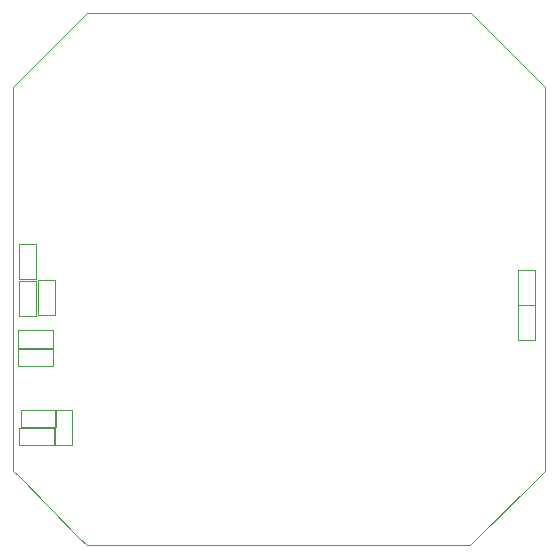
<source format=gbr>
G04 #@! TF.GenerationSoftware,KiCad,Pcbnew,9.0.1*
G04 #@! TF.CreationDate,2025-04-25T12:08:24+05:30*
G04 #@! TF.ProjectId,esp32_quad_baro_bootser_nousb_BMP,65737033-325f-4717-9561-645f6261726f,rev?*
G04 #@! TF.SameCoordinates,Original*
G04 #@! TF.FileFunction,Other,User*
%FSLAX46Y46*%
G04 Gerber Fmt 4.6, Leading zero omitted, Abs format (unit mm)*
G04 Created by KiCad (PCBNEW 9.0.1) date 2025-04-25 12:08:24*
%MOMM*%
%LPD*%
G01*
G04 APERTURE LIST*
%ADD10C,0.050000*%
G04 #@! TA.AperFunction,Profile*
%ADD11C,0.025400*%
G04 #@! TD*
G04 APERTURE END LIST*
D10*
X108785000Y-90880000D02*
X111745000Y-90880000D01*
X108785000Y-92340000D02*
X108785000Y-90880000D01*
X111745000Y-90880000D02*
X111745000Y-92340000D01*
X111745000Y-92340000D02*
X108785000Y-92340000D01*
X108880000Y-83582500D02*
X110340000Y-83582500D01*
X108880000Y-86542500D02*
X108880000Y-83582500D01*
X110340000Y-83582500D02*
X110340000Y-86542500D01*
X110340000Y-86542500D02*
X108880000Y-86542500D01*
X108835000Y-99160000D02*
X111795000Y-99160000D01*
X108835000Y-100620000D02*
X108835000Y-99160000D01*
X111795000Y-99160000D02*
X111795000Y-100620000D01*
X111795000Y-100620000D02*
X108835000Y-100620000D01*
X111890000Y-97595000D02*
X113350000Y-97595000D01*
X111890000Y-100555000D02*
X111890000Y-97595000D01*
X113350000Y-97595000D02*
X113350000Y-100555000D01*
X113350000Y-100555000D02*
X111890000Y-100555000D01*
X110460000Y-86615000D02*
X111920000Y-86615000D01*
X110460000Y-89575000D02*
X110460000Y-86615000D01*
X111920000Y-86615000D02*
X111920000Y-89575000D01*
X111920000Y-89575000D02*
X110460000Y-89575000D01*
X108850000Y-86675000D02*
X110310000Y-86675000D01*
X108850000Y-89635000D02*
X108850000Y-86675000D01*
X110310000Y-86675000D02*
X110310000Y-89635000D01*
X110310000Y-89635000D02*
X108850000Y-89635000D01*
X151080000Y-88740000D02*
X152540000Y-88740000D01*
X151080000Y-91700000D02*
X151080000Y-88740000D01*
X152540000Y-88740000D02*
X152540000Y-91700000D01*
X152540000Y-91700000D02*
X151080000Y-91700000D01*
X151110000Y-85747500D02*
X152570000Y-85747500D01*
X151110000Y-88707500D02*
X151110000Y-85747500D01*
X152570000Y-85747500D02*
X152570000Y-88707500D01*
X152570000Y-88707500D02*
X151110000Y-88707500D01*
X109020000Y-97610000D02*
X111980000Y-97610000D01*
X109020000Y-99070000D02*
X109020000Y-97610000D01*
X111980000Y-97610000D02*
X111980000Y-99070000D01*
X111980000Y-99070000D02*
X109020000Y-99070000D01*
X108765000Y-92410000D02*
X111725000Y-92410000D01*
X108765000Y-93870000D02*
X108765000Y-92410000D01*
X111725000Y-92410000D02*
X111725000Y-93870000D01*
X111725000Y-93870000D02*
X108765000Y-93870000D01*
D11*
X122647460Y-109008420D02*
X119947440Y-109008420D01*
X108397550Y-101116380D02*
X108397550Y-102768910D01*
X141847570Y-109008420D02*
X147090000Y-109008420D01*
X108397550Y-70248020D02*
X108860000Y-69790000D01*
X108397550Y-75400410D02*
X108397550Y-97616520D01*
X139147550Y-109008420D02*
X141847570Y-109008420D01*
X114637060Y-64008510D02*
X113940000Y-64690000D01*
X108397550Y-97616520D02*
X108397550Y-101116380D01*
X113970000Y-108460000D02*
X114637060Y-109008420D01*
X123247410Y-64008510D02*
X138547610Y-64008510D01*
X153397460Y-71900540D02*
X153397460Y-70248020D01*
X147157950Y-64008510D02*
X153397460Y-70248020D01*
X108397550Y-102768910D02*
X108840000Y-103230000D01*
X153397460Y-102768910D02*
X153080000Y-103120000D01*
X108397550Y-70248020D02*
X108397550Y-71900540D01*
X147090000Y-109008420D02*
X153080000Y-103120000D01*
X153397460Y-97616520D02*
X153397460Y-75400410D01*
X113940000Y-64690000D02*
X108860000Y-69790000D01*
X139147550Y-109008420D02*
X122647460Y-109008420D01*
X153397460Y-102768910D02*
X153397460Y-101116380D01*
X153397460Y-71900540D02*
X153397460Y-75400410D01*
X108840000Y-103230000D02*
X113970000Y-108460000D01*
X147157950Y-64008510D02*
X138547610Y-64008510D01*
X123247410Y-64008510D02*
X114637060Y-64008510D01*
X114637060Y-109008420D02*
X119947440Y-109008420D01*
X153397460Y-97616520D02*
X153397460Y-101116380D01*
X108397550Y-75400410D02*
X108397550Y-71900540D01*
M02*

</source>
